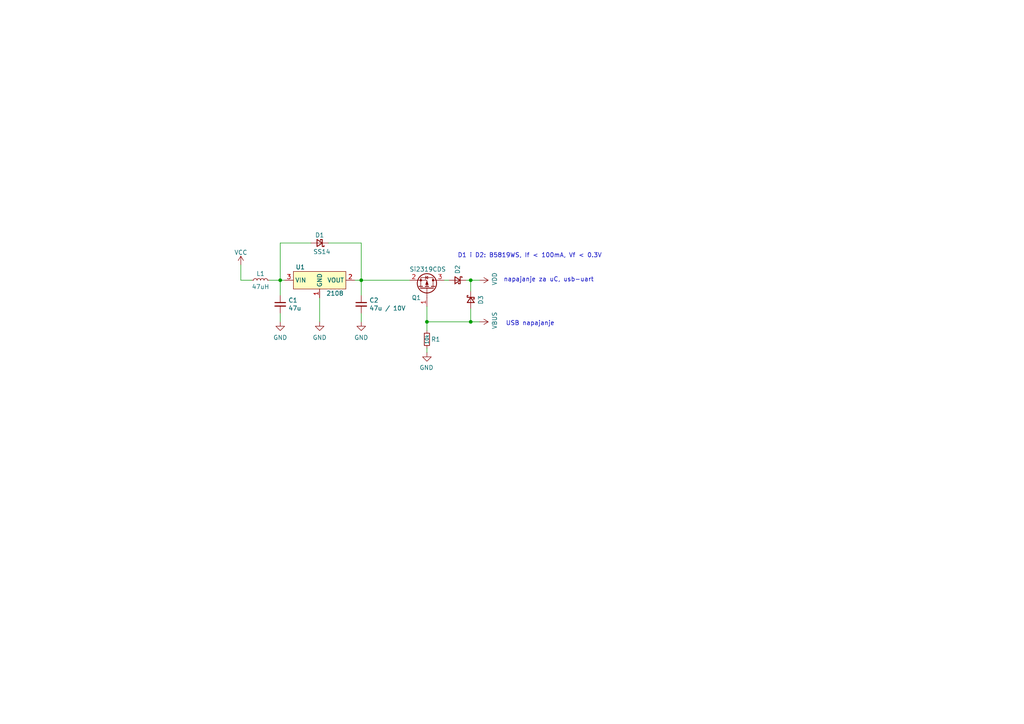
<source format=kicad_sch>
(kicad_sch (version 20211123) (generator eeschema)
  (paper "A4")
  (title_block (title "CNLJS") (date "2021-12-22") (rev "v0.01") (company "Josip&Zvonimir"))
  (lib_symbols
    (symbol "CNLJS-symbols:2108"
      (property "Reference" "U" (at 0 7.62 0))
      (property "Value" "2108" (at 0 5.08 0))
      (symbol "2108_0_1"
        (rectangle (start -7.62 2.54) (end 7.62 -2.54) (stroke (width 0.1524)) (fill (type background)))
      )
      (symbol "2108_1_1"
        (pin input line (at 0 -5.08 90) (length 2.54) (name "GND") (number "1"))
        (pin output line (at 10.16 0 180) (length 2.54) (name "VOUT") (number "2"))
        (pin input line (at -10.16 0 0) (length 2.54) (name "VIN") (number "3"))
      )
    )
    (symbol "Device:C_Small" (pin_numbers hide) (pin_names (offset 0.254) hide)
      (property "Reference" "C" (at 0.254 1.778 0))
      (property "Value" "C_Small" (at 0.254 -2.032 0))
      (symbol "C_Small_0_1"
        (polyline (pts (xy -1.524 -0.508) (xy 1.524 -0.508)) (stroke (width 0.3302)))
        (polyline (pts (xy -1.524 0.508) (xy 1.524 0.508)) (stroke (width 0.3048)))
      )
      (symbol "C_Small_1_1"
        (pin passive line (at 0 2.54 270) (length 2.032) (name "~") (number "1"))
        (pin passive line (at 0 -2.54 90) (length 2.032) (name "~") (number "2"))
      )
    )
    (symbol "Device:D_Schottky_Small" (pin_numbers hide) (pin_names (offset 0.254) hide)
      (property "Reference" "D" (at -1.27 2.032 0))
      (property "Value" "D_Schottky_Small" (at -7.112 -2.032 0))
      (symbol "D_Schottky_Small_0_1"
        (polyline (pts (xy -0.762 0) (xy 0.762 0)))
        (polyline (pts (xy 0.762 -1.016) (xy -0.762 0) (xy 0.762 1.016) (xy 0.762 -1.016)) (stroke (width 0.254)))
        (polyline (pts (xy -1.27 0.762) (xy -1.27 1.016) (xy -0.762 1.016) (xy -0.762 -1.016) (xy -0.254 -1.016) (xy -0.254 -0.762)) (stroke (width 0.254)))
      )
      (symbol "D_Schottky_Small_1_1"
        (pin passive line (at -2.54 0 0) (length 1.778) (name "K") (number "1"))
        (pin passive line (at 2.54 0 180) (length 1.778) (name "A") (number "2"))
      )
    )
    (symbol "Device:L_Small" (pin_numbers hide) (pin_names (offset 0.254) hide)
      (property "Reference" "L" (at 0.762 1.016 0))
      (property "Value" "L_Small" (at 0.762 -1.016 0))
      (symbol "L_Small_0_1"
        (arc (start 0 -2.032) (mid 0.508 -1.524) (end 0 -1.016))
        (arc (start 0 -1.016) (mid 0.508 -0.508) (end 0 0))
        (arc (start 0 0) (mid 0.508 0.508) (end 0 1.016))
        (arc (start 0 1.016) (mid 0.508 1.524) (end 0 2.032))
      )
      (symbol "L_Small_1_1"
        (pin passive line (at 0 2.54 270) (length 0.508) (name "~") (number "1"))
        (pin passive line (at 0 -2.54 90) (length 0.508) (name "~") (number "2"))
      )
    )
    (symbol "Device:R_Small" (pin_numbers hide) (pin_names (offset 0.254) hide)
      (property "Reference" "R" (at 0.762 0.508 0))
      (property "Value" "R_Small" (at 0.762 -1.016 0))
      (symbol "R_Small_0_1"
        (rectangle (start -0.762 1.778) (end 0.762 -1.778) (stroke (width 0.2032)))
      )
      (symbol "R_Small_1_1"
        (pin passive line (at 0 2.54 270) (length 0.762) (name "~") (number "1"))
        (pin passive line (at 0 -2.54 90) (length 0.762) (name "~") (number "2"))
      )
    )
    (symbol "Transistor_FET:Si2319CDS" (pin_names hide)
      (property "Reference" "Q" (at 5.08 1.905 0))
      (property "Value" "Si2319CDS" (at 5.08 0 0))
      (symbol "Si2319CDS_0_1"
        (polyline (pts (xy 0.254 0) (xy -2.54 0)))
        (polyline (pts (xy 0.254 1.905) (xy 0.254 -1.905)) (stroke (width 0.254)))
        (polyline (pts (xy 0.762 -1.27) (xy 0.762 -2.286)) (stroke (width 0.254)))
        (polyline (pts (xy 0.762 0.508) (xy 0.762 -0.508)) (stroke (width 0.254)))
        (polyline (pts (xy 0.762 2.286) (xy 0.762 1.27)) (stroke (width 0.254)))
        (polyline (pts (xy 2.54 2.54) (xy 2.54 1.778)))
        (polyline (pts (xy 2.54 -2.54) (xy 2.54 0) (xy 0.762 0)))
        (polyline (pts (xy 0.762 1.778) (xy 3.302 1.778) (xy 3.302 -1.778) (xy 0.762 -1.778)))
        (polyline (pts (xy 2.286 0) (xy 1.27 0.381) (xy 1.27 -0.381) (xy 2.286 0)) (fill (type outline)))
        (polyline (pts (xy 2.794 -0.508) (xy 2.921 -0.381) (xy 3.683 -0.381) (xy 3.81 -0.254)))
        (polyline (pts (xy 3.302 -0.381) (xy 2.921 0.254) (xy 3.683 0.254) (xy 3.302 -0.381)))
        (circle (center 1.651 0) (radius 2.794) (stroke (width 0.254)))
        (circle (center 2.54 -1.778) (radius 0.254) (fill (type outline)))
        (circle (center 2.54 1.778) (radius 0.254) (fill (type outline)))
      )
      (symbol "Si2319CDS_1_1"
        (pin input line (at -5.08 0 0) (length 2.54) (name "G") (number "1"))
        (pin passive line (at 2.54 -5.08 90) (length 2.54) (name "S") (number "2"))
        (pin passive line (at 2.54 5.08 270) (length 2.54) (name "D") (number "3"))
      )
    )
    (symbol "power:GND" (power) (pin_names (offset 0))
      (property "Value" "GND" (at 0 -3.81 0))
      (symbol "GND_0_1"
        (polyline (pts (xy 0 0) (xy 0 -1.27) (xy 1.27 -1.27) (xy 0 -2.54) (xy -1.27 -1.27) (xy 0 -1.27)))
      )
      (symbol "GND_1_1"
        (pin power_in line (at 0 0 270) (length 0) hide (name "GND") (number "1"))
      )
    )
    (symbol "power:VBUS" (power) (pin_names (offset 0))
      (property "Value" "VBUS" (at 0 3.81 0))
      (symbol "VBUS_0_1"
        (polyline (pts (xy -0.762 1.27) (xy 0 2.54)))
        (polyline (pts (xy 0 0) (xy 0 2.54)))
        (polyline (pts (xy 0 2.54) (xy 0.762 1.27)))
      )
      (symbol "VBUS_1_1"
        (pin power_in line (at 0 0 90) (length 0) hide (name "VBUS") (number "1"))
      )
    )
    (symbol "power:VCC" (power) (pin_names (offset 0))
      (property "Value" "VCC" (at 0 3.81 0))
      (symbol "VCC_0_1"
        (polyline (pts (xy -0.762 1.27) (xy 0 2.54)))
        (polyline (pts (xy 0 0) (xy 0 2.54)))
        (polyline (pts (xy 0 2.54) (xy 0.762 1.27)))
      )
      (symbol "VCC_1_1"
        (pin power_in line (at 0 0 90) (length 0) hide (name "VCC") (number "1"))
      )
    )
    (symbol "power:VDD" (power) (pin_names (offset 0))
      (property "Value" "VDD" (at 0 3.81 0))
      (symbol "VDD_0_1"
        (polyline (pts (xy -0.762 1.27) (xy 0 2.54)))
        (polyline (pts (xy 0 0) (xy 0 2.54)))
        (polyline (pts (xy 0 2.54) (xy 0.762 1.27)))
      )
      (symbol "VDD_1_1"
        (pin power_in line (at 0 0 90) (length 0) hide (name "VDD") (number "1"))
      )
    )
  )
  (junction (at 123.825 93.345))
  (junction (at 136.525 81.28))
  (junction (at 136.525 93.345))
  (junction (at 81.28 81.28))
  (junction (at 104.775 81.28))
  (wire (pts (xy 104.775 90.805) (xy 104.775 93.345)))
  (wire (pts (xy 81.28 70.485) (xy 90.17 70.485)))
  (wire (pts (xy 139.065 81.28) (xy 136.525 81.28)))
  (wire (pts (xy 81.28 81.28) (xy 81.28 85.725)))
  (wire (pts (xy 136.525 81.28) (xy 136.525 84.455)))
  (wire (pts (xy 104.775 70.485) (xy 104.775 81.28)))
  (wire (pts (xy 104.775 81.28) (xy 104.775 85.725)))
  (wire (pts (xy 95.25 70.485) (xy 104.775 70.485)))
  (wire (pts (xy 81.28 81.28) (xy 81.28 70.485)))
  (wire (pts (xy 123.825 88.9) (xy 123.825 93.345)))
  (wire (pts (xy 82.55 81.28) (xy 81.28 81.28)))
  (wire (pts (xy 136.525 81.28) (xy 135.255 81.28)))
  (wire (pts (xy 123.825 93.345) (xy 123.825 95.885)))
  (wire (pts (xy 104.775 81.28) (xy 118.745 81.28)))
  (wire (pts (xy 69.85 76.835) (xy 69.85 81.28)))
  (wire (pts (xy 81.28 90.805) (xy 81.28 93.345)))
  (wire (pts (xy 69.85 81.28) (xy 73.025 81.28)))
  (wire (pts (xy 123.825 102.235) (xy 123.825 100.965)))
  (wire (pts (xy 139.065 93.345) (xy 136.525 93.345)))
  (wire (pts (xy 92.71 86.36) (xy 92.71 93.345)))
  (wire (pts (xy 128.905 81.28) (xy 130.175 81.28)))
  (wire (pts (xy 102.87 81.28) (xy 104.775 81.28)))
  (wire (pts (xy 136.525 89.535) (xy 136.525 93.345)))
  (wire (pts (xy 78.105 81.28) (xy 81.28 81.28)))
  (wire (pts (xy 136.525 93.345) (xy 123.825 93.345)))
  (text "D1 i D2: B5819WS, If < 100mA, Vf < 0.3V" (at 132.715 74.93 0) (effects (font (size 1.27 1.27)) (justify left bottom)))
  (text "napajanje za uC, usb-uart" (at 146.05 81.915 0) (effects (font (size 1.27 1.27)) (justify left bottom)))
  (text "USB napajanje" (at 146.685 94.615 0) (effects (font (size 1.27 1.27)) (justify left bottom)))
  (symbol (lib_id "power:VBUS") (at 139.065 93.345 270) (mirror x) (unit 1)
    (property "Reference" "#PWR09" (effects hide))
    (property "Value" "VBUS" (at 143.4592 92.964 0))
  )
  (symbol (lib_id "Device:D_Schottky_Small") (at 136.525 86.995 90) (mirror x) (unit 1)
    (property "Reference" "D3" (at 139.446 86.995 0))
    (property "Value" "B5819WS" (effects hide))
    (property "Footprint" "Diode_SMD:D_SOD-323_HandSoldering" (effects hide))
    (property "Basic/Extended" "Extended" (effects hide))
    (property "JLCPCB Part #" "C248733" (effects hide))
    (property "U labosu?" "Da" (effects hide))
  )
  (symbol (lib_id "Device:R_Small") (at 123.825 98.425 0) (mirror y) (unit 1)
    (property "Reference" "R1" (at 126.365 98.425 0))
    (property "Value" "10k" (at 123.825 98.425 90) (effects (font (size 0.9906 0.9906))))
    (property "Footprint" "Resistor_SMD:R_0805_2012Metric" (effects hide))
    (property "Basic/Extended" "Basic" (effects hide))
    (property "JLCPCB Part #" "C17414" (effects hide))
    (property "U labosu?" "Da" (effects hide))
  )
  (symbol (lib_id "power:GND") (at 123.825 102.235 0) (mirror y) (unit 1)
    (property "Reference" "#PWR010" (effects hide))
    (property "Value" "GND" (at 123.698 106.6292 0))
  )
  (symbol (lib_id "Transistor_FET:Si2319CDS") (at 123.825 83.82 270) (mirror x) (unit 1)
    (property "Reference" "Q1" (at 119.38 86.36 90) (effects (justify left)))
    (property "Value" "Si2319CDS" (at 118.745 78.105 90) (effects (justify left)))
    (property "Footprint" "Package_TO_SOT_SMD:SOT-23" (effects hide))
    (property "Datasheet" "http://www.vishay.com/docs/66709/si2319cd.pdf" (effects hide))
    (property "Basic/Extended" "Extended" (effects hide))
    (property "JLCPCB Part #" "C8547" (effects hide))
    (property "U labosu?" "Da" (effects hide))
  )
  (symbol (lib_id "Device:D_Schottky_Small") (at 132.715 81.28 0) (mirror y) (unit 1)
    (property "Reference" "D2" (at 132.715 79.502 90) (effects (justify left)))
    (property "Value" "B5819WS" (effects hide))
    (property "Footprint" "Diode_SMD:D_SOD-323_HandSoldering" (effects hide))
    (property "Basic/Extended" "Extended" (effects hide))
    (property "JLCPCB Part #" "C248733" (effects hide))
    (property "U labosu?" "Da" (effects hide))
  )
  (symbol (lib_id "power:VDD") (at 139.065 81.28 270) (mirror x) (unit 1)
    (property "Reference" "#PWR05" (effects hide))
    (property "Value" "VDD" (at 143.4592 80.899 0))
  )
  (symbol (lib_id "power:GND") (at 81.28 93.345 0) (unit 1)
    (property "Reference" "#PWR06" (effects hide))
    (property "Value" "GND" (at 81.28 97.9075 0))
  )
  (symbol (lib_id "Device:L_Small") (at 75.565 81.28 90) (unit 1)
    (property "Reference" "L1" (at 75.565 79.375 90))
    (property "Value" "47uH" (at 75.565 83.185 90))
    (property "Footprint" "CNLJS:L_Taiyo-Yuden_NR-50xx" (effects hide))
    (property "Basic/Extended" "Extended" (effects hide))
    (property "JLCPCB Part #" "C354613" (effects hide))
    (property "U labosu?" "Ne" (effects hide))
  )
  (symbol (lib_id "power:VCC") (at 69.85 76.835 0) (unit 1)
    (property "Reference" "#PWR04" (effects hide))
    (property "Value" "VCC" (at 69.85 73.2305 0))
  )
  (symbol (lib_id "power:GND") (at 104.775 93.345 0) (unit 1)
    (property "Reference" "#PWR08" (effects hide))
    (property "Value" "GND" (at 104.775 97.9075 0))
  )
  (symbol (lib_id "CNLJS-symbols:2108") (at 92.71 81.28 0) (unit 1)
    (property "Reference" "U1" (at 85.725 77.47 0) (effects (justify left)))
    (property "Value" "2108" (at 94.615 85.09 0) (effects (justify left)))
    (property "Footprint" "Package_TO_SOT_SMD:SOT-89-3_Handsoldering" (effects hide))
  )
  (symbol (lib_id "power:GND") (at 92.71 93.345 0) (unit 1)
    (property "Reference" "#PWR07" (effects hide))
    (property "Value" "GND" (at 92.71 97.9075 0))
  )
  (symbol (lib_id "Device:C_Small") (at 104.775 88.265 0) (unit 1)
    (property "Reference" "C2" (at 107.1118 87.0966 0) (effects (justify left)))
    (property "Value" "47u / 10V" (at 107.1118 89.408 0) (effects (justify left)))
    (property "Footprint" "Capacitor_Tantalum_SMD:CP_EIA-7343-30_AVX-N" (effects hide))
    (property "JLCPCB Part #" "C117039" (effects hide))
    (property "Basic/Extended" "Extended" (effects hide))
    (property "U labosu?" "Ne" (effects hide))
  )
  (symbol (lib_id "Device:C_Small") (at 81.28 88.265 0) (unit 1)
    (property "Reference" "C1" (at 83.6168 87.0966 0) (effects (justify left)))
    (property "Value" "47u" (at 83.6168 89.408 0) (effects (justify left)))
    (property "Footprint" "Capacitor_SMD:C_1206_3216Metric" (effects hide))
    (property "Basic/Extended" "Extended" (effects hide))
    (property "JLCPCB Part #" "C403725" (effects hide))
    (property "U labosu?" "Ne" (effects hide))
  )
  (symbol (lib_id "Device:D_Schottky_Small") (at 92.71 70.485 180) (unit 1)
    (property "Reference" "D1" (at 92.71 68.199 0))
    (property "Value" "SS14" (at 93.345 73.025 0))
    (property "Footprint" "Diode_SMD:D_SMA" (effects hide))
    (property "Basic/Extended" "Extended" (effects hide))
    (property "JLCPCB Part #" "C908232" (effects hide))
    (property "U labosu?" "Ne" (effects hide))
  )
)
</source>
